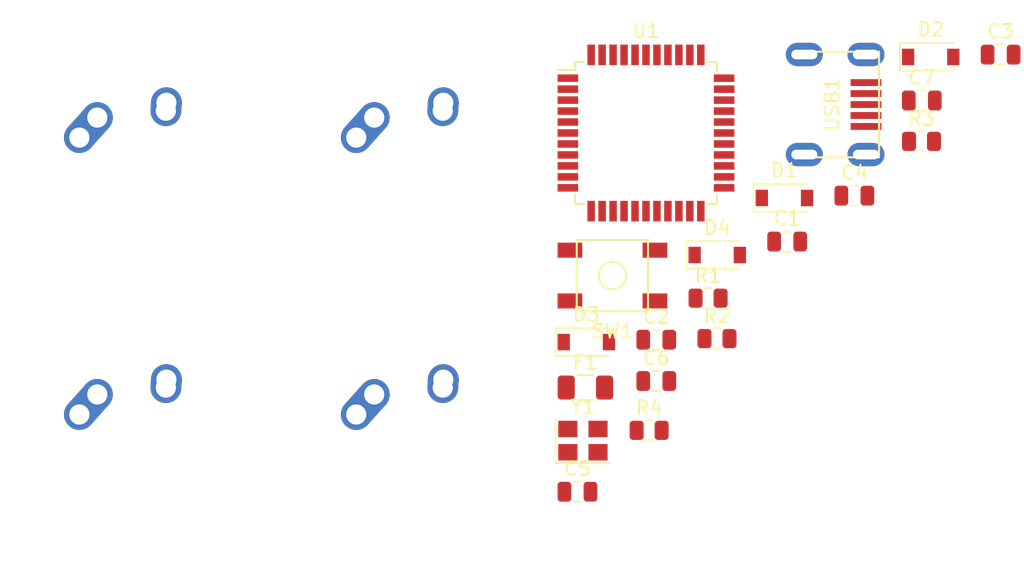
<source format=kicad_pcb>
(kicad_pcb (version 20211014) (generator pcbnew)
  (layers (0 "F.Cu" signal) (31 "B.Cu" signal) (34 "B.Paste" user) (35 "F.Paste" user) (36 "B.SilkS" user "B.Silkscreen") (37 "F.SilkS" user "F.Silkscreen") (38 "B.Mask" user) (39 "F.Mask" user) (44 "Edge.Cuts" user))
  (net 0 "")
  (net 1 "+5V")
  (net 2 "GND")
  (net 3 "Net-(C3-Pad2)")
  (net 4 "Net-(C4-Pad2)")
  (net 5 "Net-(C6-Pad1)")
  (net 6 "ROW0")
  (net 7 "Net-(D1-Pad2)")
  (net 8 "ROW1")
  (net 9 "Net-(D2-Pad2)")
  (net 10 "Net-(D3-Pad2)")
  (net 11 "Net-(D4-Pad2)")
  (net 12 "VCC")
  (net 13 "COL0")
  (net 14 "COL1")
  (net 15 "D-")
  (net 16 "Net-(R1-Pad2)")
  (net 17 "D+")
  (net 18 "Net-(R2-Pad2)")
  (net 19 "Net-(R3-Pad2)")
  (net 20 "Net-(R4-Pad1)")
  (footprint "Capacitor_SMD:C_0805_2012Metric" (layer "F.Cu") (at 176.35 73.64375)
    (fp_text reference "C4" (at 0 -1.68) (layer "F.SilkS"))
    (fp_text value "1µF")
    (fp_line (start -0.261252 0.735) (end 0.261252 0.735) (layer "F.SilkS") (width 0.12))
    (fp_line (start -0.261252 -0.735) (end 0.261252 -0.735) (layer "F.SilkS") (width 0.12))
    (pad "1" smd roundrect (at -0.95 0) (size 1 1.45) (layers "F.Cu" "F.Paste" "F.Mask") (net 2 "GND"))
    (pad "2" smd roundrect (at 0.95 0) (size 1 1.45) (layers "F.Cu" "F.Paste" "F.Mask") (net 4 "Net-(C4-Pad2)"))
  )
  (footprint "Capacitor_SMD:C_0805_2012Metric" (layer "F.Cu") (at 171.45 76.99375)
    (fp_text reference "C1" (at 0 -1.68) (layer "F.SilkS"))
    (fp_text value "0.1µF")
    (fp_line (start -0.261252 -0.735) (end 0.261252 -0.735) (layer "F.SilkS") (width 0.12))
    (fp_line (start -0.261252 0.735) (end 0.261252 0.735) (layer "F.SilkS") (width 0.12))
    (pad "1" smd roundrect (at -0.95 0) (size 1 1.45) (layers "F.Cu" "F.Paste" "F.Mask") (net 1 "+5V"))
    (pad "2" smd roundrect (at 0.95 0) (size 1 1.45) (layers "F.Cu" "F.Paste" "F.Mask") (net 2 "GND"))
  )
  (footprint "Diode_SMD:D_SOD-123" (layer "F.Cu") (at 156.8 84.32375)
    (fp_text reference "D3" (at 0 -2) (layer "F.SilkS"))
    (fp_text value "D_Small")
    (fp_line (start -2.25 -1) (end 1.65 -1) (layer "F.SilkS") (width 0.12))
    (fp_line (start -2.25 1) (end 1.65 1) (layer "F.SilkS") (width 0.12))
    (fp_line (start -2.25 -1) (end -2.25 1) (layer "F.SilkS") (width 0.12))
    (pad "1" smd rect (at -1.65 0) (size 0.9 1.2) (layers "F.Cu" "F.Paste" "F.Mask") (net 6 "ROW0"))
    (pad "2" smd rect (at 1.65 0) (size 0.9 1.2) (layers "F.Cu" "F.Paste" "F.Mask") (net 10 "Net-(D3-Pad2)"))
  )
  (footprint "MX_Alps_Hybrid:MX-1U-NoLED" (layer "F.Cu") (at 143.825 92.14875)
    (fp_text reference "MX1")
    (fp_text value "MX-NoLED")
    (pad "" np_thru_hole circle locked (at 0 0) (size 3.9878 3.9878) (drill 3.9878) (layers *.Cu *.Mask))
    (pad "" np_thru_hole circle locked (at -5.08 0 48.0996) (size 1.75 1.75) (drill 1.75) (layers *.Cu *.Mask))
    (pad "" np_thru_hole circle locked (at 5.08 0 48.0996) (size 1.75 1.75) (drill 1.75) (layers *.Cu *.Mask))
    (pad "1" thru_hole oval locked (at -3.81 -2.54 48.0996) (size 4.211556 2.25) (drill 1.47 (offset 0.980778 0)) (layers *.Cu "B.Mask") (net 13 "COL0"))
    (pad "1" thru_hole circle locked (at -2.5 -4) (size 2.25 2.25) (drill 1.47) (layers *.Cu "B.Mask") (net 13 "COL0"))
    (pad "2" thru_hole oval locked (at 2.5 -4.5 86.0548) (size 2.831378 2.25) (drill 1.47 (offset 0.290689 0)) (layers *.Cu "B.Mask") (net 7 "Net-(D1-Pad2)"))
    (pad "2" thru_hole circle locked (at 2.54 -5.08) (size 2.25 2.25) (drill 1.47) (layers *.Cu "B.Mask") (net 7 "Net-(D1-Pad2)"))
  )
  (footprint "random-keyboard-parts:Molex-0548190589" (layer "F.Cu") (at 172.7 66.99575)
    (fp_text reference "USB1" (at 2.032 0 90) (layer "F.SilkS"))
    (fp_text value "Molex-0548190589")
    (fp_line (start 0 -3.85) (end 5.45 -3.85) (layer "F.SilkS") (width 0.15))
    (fp_line (start 5.45 -3.85) (end 5.45 3.85) (layer "F.SilkS") (width 0.15))
    (fp_line (start 0 3.85) (end 5.45 3.85) (layer "F.SilkS") (width 0.15))
    (pad "1" smd rect locked (at 4.5 1.6) (size 2.25 0.5) (layers "F.Cu" "F.Paste" "F.Mask") (net 2 "GND"))
    (pad "2" smd rect locked (at 4.5 0.8) (size 2.25 0.5) (layers "F.Cu" "F.Paste" "F.Mask"))
    (pad "3" smd rect locked (at 4.5 0) (size 2.25 0.5) (layers "F.Cu" "F.Paste" "F.Mask"))
    (pad "4" smd rect locked (at 4.5 -0.8) (size 2.25 0.5) (layers "F.Cu" "F.Paste" "F.Mask") (net 17 "D+"))
    (pad "5" smd rect locked (at 4.5 -1.6) (size 2.25 0.5) (layers "F.Cu" "F.Paste" "F.Mask") (net 15 "D-"))
    (pad "6" thru_hole oval locked (at 0 -3.65) (size 2.7 1.7) (drill oval 1.9 0.7) (layers *.Cu *.Mask) (net 12 "VCC"))
    (pad "6" thru_hole oval locked (at 4.5 -3.65) (size 2.7 1.7) (drill oval 1.9 0.7) (layers *.Cu *.Mask) (net 12 "VCC"))
    (pad "6" thru_hole oval locked (at 4.5 3.65) (size 2.7 1.7) (drill oval 1.9 0.7) (layers *.Cu *.Mask) (net 12 "VCC"))
    (pad "6" thru_hole oval locked (at 0 3.65) (size 2.7 1.7) (drill oval 1.9 0.7) (layers *.Cu *.Mask) (net 12 "VCC"))
  )
  (footprint "random-keyboard-parts:SKQG-1155865" (layer "F.Cu") (at 158.7 79.47375)
    (fp_text reference "SW1" (at 0 4.064) (layer "F.SilkS"))
    (fp_text value "SW_Push")
    (fp_line (start -2.6 2.6) (end -2.6 -2.6) (layer "F.SilkS") (width 0.15))
    (fp_line (start -2.6 -2.6) (end 2.6 -2.6) (layer "F.SilkS") (width 0.15))
    (fp_line (start 2.6 2.6) (end -2.6 2.6) (layer "F.SilkS") (width 0.15))
    (fp_line (start 2.6 -2.6) (end 2.6 2.6) (layer "F.SilkS") (width 0.15))
    (fp_circle (center 0 0) (end 1 0) (layer "F.SilkS") (width 0.15) (fill none))
    (pad "1" smd rect locked (at 3.1 1.85) (size 1.8 1.1) (layers "F.Cu" "F.Paste" "F.Mask") (net 2 "GND"))
    (pad "2" smd rect locked (at -3.1 -1.85) (size 1.8 1.1) (layers "F.Cu" "F.Paste" "F.Mask") (net 19 "Net-(R3-Pad2)"))
    (pad "3" smd rect locked (at 3.1 -1.85) (size 1.8 1.1) (layers "F.Cu" "F.Paste" "F.Mask"))
    (pad "4" smd rect locked (at -3.1 1.85) (size 1.8 1.1) (layers "F.Cu" "F.Paste" "F.Mask"))
  )
  (footprint "Capacitor_SMD:C_0805_2012Metric" (layer "F.Cu") (at 181.27 66.70375)
    (fp_text reference "C7" (at 0 -1.68) (layer "F.SilkS"))
    (fp_text value "10µF")
    (fp_line (start -0.261252 -0.735) (end 0.261252 -0.735) (layer "F.SilkS") (width 0.12))
    (fp_line (start -0.261252 0.735) (end 0.261252 0.735) (layer "F.SilkS") (width 0.12))
    (pad "1" smd roundrect (at -0.95 0) (size 1 1.45) (layers "F.Cu" "F.Paste" "F.Mask") (net 1 "+5V"))
    (pad "2" smd roundrect (at 0.95 0) (size 1 1.45) (layers "F.Cu" "F.Paste" "F.Mask") (net 2 "GND"))
  )
  (footprint "Diode_SMD:D_SOD-123" (layer "F.Cu") (at 166.35 77.97375)
    (fp_text reference "D4" (at 0 -2) (layer "F.SilkS"))
    (fp_text value "D_Small")
    (fp_line (start -2.25 1) (end 1.65 1) (layer "F.SilkS") (width 0.12))
    (fp_line (start -2.25 -1) (end -2.25 1) (layer "F.SilkS") (width 0.12))
    (fp_line (start -2.25 -1) (end 1.65 -1) (layer "F.SilkS") (width 0.12))
    (pad "1" smd rect (at -1.65 0) (size 0.9 1.2) (layers "F.Cu" "F.Paste" "F.Mask") (net 8 "ROW1"))
    (pad "2" smd rect (at 1.65 0) (size 0.9 1.2) (layers "F.Cu" "F.Paste" "F.Mask") (net 11 "Net-(D4-Pad2)"))
  )
  (footprint "Resistor_SMD:R_0805_2012Metric" (layer "F.Cu") (at 166.33 84.07375)
    (fp_text reference "R2" (at 0 -1.65) (layer "F.SilkS"))
    (fp_text value "22")
    (fp_line (start -0.227064 0.735) (end 0.227064 0.735) (layer "F.SilkS") (width 0.12))
    (fp_line (start -0.227064 -0.735) (end 0.227064 -0.735) (layer "F.SilkS") (width 0.12))
    (pad "1" smd roundrect (at -0.9125 0) (size 1.025 1.4) (layers "F.Cu" "F.Paste" "F.Mask") (roundrect_rratio 0.243902) (net 17 "D+"))
    (pad "2" smd roundrect (at 0.9125 0) (size 1.025 1.4) (layers "F.Cu" "F.Paste" "F.Mask") (roundrect_rratio 0.243902) (net 18 "Net-(R2-Pad2)"))
  )
  (footprint "Fuse:Fuse_1206_3216Metric" (layer "F.Cu") (at 156.73 87.64375)
    (fp_text reference "F1" (at 0 -1.82) (layer "F.SilkS"))
    (fp_text value "500mA")
    (fp_line (start -0.602064 0.91) (end 0.602064 0.91) (layer "F.SilkS") (width 0.12))
    (fp_line (start -0.602064 -0.91) (end 0.602064 -0.91) (layer "F.SilkS") (width 0.12))
    (pad "1" smd roundrect (at -1.4 0) (size 1.25 1.75) (layers "F.Cu" "F.Paste" "F.Mask") (roundrect_rratio 0.2) (net 12 "VCC"))
    (pad "2" smd roundrect (at 1.4 0) (size 1.25 1.75) (layers "F.Cu" "F.Paste" "F.Mask") (roundrect_rratio 0.2) (net 1 "+5V"))
  )
  (footprint "Capacitor_SMD:C_0805_2012Metric" (layer "F.Cu") (at 161.9 84.15375)
    (fp_text reference "C2" (at 0 -1.68) (layer "F.SilkS"))
    (fp_text value "0.1µF")
    (fp_line (start -0.261252 0.735) (end 0.261252 0.735) (layer "F.SilkS") (width 0.12))
    (fp_line (start -0.261252 -0.735) (end 0.261252 -0.735) (layer "F.SilkS") (width 0.12))
    (pad "1" smd roundrect (at -0.95 0) (size 1 1.45) (layers "F.Cu" "F.Paste" "F.Mask") (net 1 "+5V"))
    (pad "2" smd roundrect (at 0.95 0) (size 1 1.45) (layers "F.Cu" "F.Paste" "F.Mask") (net 2 "GND"))
  )
  (footprint "Crystal:Crystal_SMD_3225-4Pin_3.2x2.5mm" (layer "F.Cu") (at 156.55 91.51375)
    (fp_text reference "Y1" (at 0 -2.45) (layer "F.SilkS"))
    (fp_text value "16MHz")
    (fp_line (start -2 1.65) (end 2 1.65) (layer "F.SilkS") (width 0.12))
    (fp_line (start -2 -1.65) (end -2 1.65) (layer "F.SilkS") (width 0.12))
    (pad "1" smd rect (at -1.1 0.85) (size 1.4 1.2) (layers "F.Cu" "F.Paste" "F.Mask") (net 3 "Net-(C3-Pad2)"))
    (pad "2" smd rect (at 1.1 0.85) (size 1.4 1.2) (layers "F.Cu" "F.Paste" "F.Mask") (net 2 "GND"))
    (pad "3" smd rect (at 1.1 -0.85) (size 1.4 1.2) (layers "F.Cu" "F.Paste" "F.Mask") (net 4 "Net-(C4-Pad2)"))
    (pad "4" smd rect (at -1.1 -0.85) (size 1.4 1.2) (layers "F.Cu" "F.Paste" "F.Mask") (net 2 "GND"))
  )
  (footprint "Resistor_SMD:R_0805_2012Metric" (layer "F.Cu") (at 165.68 81.12375)
    (fp_text reference "R1" (at 0 -1.65) (layer "F.SilkS"))
    (fp_text value "22")
    (fp_line (start -0.227064 0.735) (end 0.227064 0.735) (layer "F.SilkS") (width 0.12))
    (fp_line (start -0.227064 -0.735) (end 0.227064 -0.735) (layer "F.SilkS") (width 0.12))
    (pad "1" smd roundrect (at -0.9125 0) (size 1.025 1.4) (layers "F.Cu" "F.Paste" "F.Mask") (roundrect_rratio 0.243902) (net 15 "D-"))
    (pad "2" smd roundrect (at 0.9125 0) (size 1.025 1.4) (layers "F.Cu" "F.Paste" "F.Mask") (roundrect_rratio 0.243902) (net 16 "Net-(R1-Pad2)"))
  )
  (footprint "Resistor_SMD:R_0805_2012Metric" (layer "F.Cu") (at 181.25 69.68375)
    (fp_text reference "R3" (at 0 -1.65) (layer "F.SilkS"))
    (fp_text value "10k")
    (fp_line (start -0.227064 0.735) (end 0.227064 0.735) (layer "F.SilkS") (width 0.12))
    (fp_line (start -0.227064 -0.735) (end 0.227064 -0.735) (layer "F.SilkS") (width 0.12))
    (pad "1" smd roundrect (at -0.9125 0) (size 1.025 1.4) (layers "F.Cu" "F.Paste" "F.Mask") (roundrect_rratio 0.243902) (net 1 "+5V"))
    (pad "2" smd roundrect (at 0.9125 0) (size 1.025 1.4) (layers "F.Cu" "F.Paste" "F.Mask") (roundrect_rratio 0.243902) (net 19 "Net-(R3-Pad2)"))
  )
  (footprint "Capacitor_SMD:C_0805_2012Metric" (layer "F.Cu") (at 161.9 87.16375)
    (fp_text reference "C6" (at 0 -1.68) (layer "F.SilkS"))
    (fp_text value "1µF")
    (fp_line (start -0.261252 0.735) (end 0.261252 0.735) (layer "F.SilkS") (width 0.12))
    (fp_line (start -0.261252 -0.735) (end 0.261252 -0.735) (layer "F.SilkS") (width 0.12))
    (pad "1" smd roundrect (at -0.95 0) (size 1 1.45) (layers "F.Cu" "F.Paste" "F.Mask") (net 5 "Net-(C6-Pad1)"))
    (pad "2" smd roundrect (at 0.95 0) (size 1 1.45) (layers "F.Cu" "F.Paste" "F.Mask") (net 2 "GND"))
  )
  (footprint "Diode_SMD:D_SOD-123" (layer "F.Cu") (at 171.25 73.81375)
    (fp_text reference "D1" (at 0 -2) (layer "F.SilkS"))
    (fp_text value "D_Small")
    (fp_line (start -2.25 1) (end 1.65 1) (layer "F.SilkS") (width 0.12))
    (fp_line (start -2.25 -1) (end 1.65 -1) (layer "F.SilkS") (width 0.12))
    (fp_line (start -2.25 -1) (end -2.25 1) (layer "F.SilkS") (width 0.12))
    (pad "1" smd rect (at -1.65 0) (size 0.9 1.2) (layers "F.Cu" "F.Paste" "F.Mask") (net 6 "ROW0"))
    (pad "2" smd rect (at 1.65 0) (size 0.9 1.2) (layers "F.Cu" "F.Paste" "F.Mask") (net 7 "Net-(D1-Pad2)"))
  )
  (footprint "Resistor_SMD:R_0805_2012Metric" (layer "F.Cu") (at 161.38 90.76375)
    (fp_text reference "R4" (at 0 -1.65) (layer "F.SilkS"))
    (fp_text value "10k")
    (fp_line (start -0.227064 0.735) (end 0.227064 0.735) (layer "F.SilkS") (width 0.12))
    (fp_line (start -0.227064 -0.735) (end 0.227064 -0.735) (layer "F.SilkS") (width 0.12))
    (pad "1" smd roundrect (at -0.9125 0) (size 1.025 1.4) (layers "F.Cu" "F.Paste" "F.Mask") (roundrect_rratio 0.243902) (net 20 "Net-(R4-Pad1)"))
    (pad "2" smd roundrect (at 0.9125 0) (size 1.025 1.4) (layers "F.Cu" "F.Paste" "F.Mask") (roundrect_rratio 0.243902) (net 2 "GND"))
  )
  (footprint "MX_Alps_Hybrid:MX-1U-NoLED" (layer "F.Cu") (at 143.825 71.94875)
    (fp_text reference "MX4")
    (fp_text value "MX-NoLED")
    (pad "" np_thru_hole circle locked (at 0 0) (size 3.9878 3.9878) (drill 3.9878) (layers *.Cu *.Mask))
    (pad "" np_thru_hole circle locked (at -5.08 0 48.0996) (size 1.75 1.75) (drill 1.75) (layers *.Cu *.Mask))
    (pad "" np_thru_hole circle locked (at 5.08 0 48.0996) (size 1.75 1.75) (drill 1.75) (layers *.Cu *.Mask))
    (pad "1" thru_hole circle locked (at -2.5 -4) (size 2.25 2.25) (drill 1.47) (layers *.Cu "B.Mask") (net 14 "COL1"))
    (pad "1" thru_hole oval locked (at -3.81 -2.54 48.0996) (size 4.211556 2.25) (drill 1.47 (offset 0.980778 0)) (layers *.Cu "B.Mask") (net 14 "COL1"))
    (pad "2" thru_hole circle locked (at 2.54 -5.08) (size 2.25 2.25) (drill 1.47) (layers *.Cu "B.Mask") (net 11 "Net-(D4-Pad2)"))
    (pad "2" thru_hole oval locked (at 2.5 -4.5 86.0548) (size 2.831378 2.25) (drill 1.47 (offset 0.290689 0)) (layers *.Cu "B.Mask") (net 11 "Net-(D4-Pad2)"))
  )
  (footprint "Capacitor_SMD:C_0805_2012Metric" (layer "F.Cu") (at 187.02 63.35375)
    (fp_text reference "C3" (at 0 -1.68) (layer "F.SilkS"))
    (fp_text value "1µF")
    (fp_line (start -0.261252 -0.735) (end 0.261252 -0.735) (layer "F.SilkS") (width 0.12))
    (fp_line (start -0.261252 0.735) (end 0.261252 0.735) (layer "F.SilkS") (width 0.12))
    (pad "1" smd roundrect (at -0.95 0) (size 1 1.45) (layers "F.Cu" "F.Paste" "F.Mask") (net 2 "GND"))
    (pad "2" smd roundrect (at 0.95 0) (size 1 1.45) (layers "F.Cu" "F.Paste" "F.Mask") (net 3 "Net-(C3-Pad2)"))
  )
  (footprint "Package_QFP:TQFP-44_10x10mm_P0.8mm" (layer "F.Cu") (at 161.15 69.07375)
    (fp_text reference "U1" (at 0 -7.45) (layer "F.SilkS"))
    (fp_text value "ATmega32U4-A")
    (fp_line (start -5.175 -5.175) (end -5.175 -4.6) (layer "F.SilkS") (width 0.15))
    (fp_line (start -5.175 5.175) (end -5.175 4.5) (layer "F.SilkS") (width 0.15))
    (fp_line (start 5.175 -5.175) (end 5.175 -4.5) (layer "F.SilkS") (width 0.15))
    (fp_line (start 5.175 5.175) (end 5.175 4.5) (layer "F.SilkS") (width 0.15))
    (fp_line (start 5.175 -5.175) (end 4.5 -5.175) (layer "F.SilkS") (width 0.15))
    (fp_line (start -5.175 -4.6) (end -6.45 -4.6) (layer "F.SilkS") (width 0.15))
    (fp_line (start -5.175 -5.175) (end -4.5 -5.175) (layer "F.SilkS") (width 0.15))
    (fp_line (start 5.175 5.175) (end 4.5 5.175) (layer "F.SilkS") (width 0.15))
    (fp_line (start -5.175 5.175) (end -4.5 5.175) (layer "F.SilkS") (width 0.15))
    (pad "1" smd rect (at -5.7 -4) (size 1.5 0.55) (layers "F.Cu" "F.Paste" "F.Mask"))
    (pad "2" smd rect (at -5.7 -3.2) (size 1.5 0.55) (layers "F.Cu" "F.Paste" "F.Mask") (net 1 "+5V"))
    (pad "3" smd rect (at -5.7 -2.4) (size 1.5 0.55) (layers "F.Cu" "F.Paste" "F.Mask") (net 16 "Net-(R1-Pad2)"))
    (pad "4" smd rect (at -5.7 -1.6) (size 1.5 0.55) (layers "F.Cu" "F.Paste" "F.Mask") (net 18 "Net-(R2-Pad2)"))
    (pad "5" smd rect (at -5.7 -0.8) (size 1.5 0.55) (layers "F.Cu" "F.Paste" "F.Mask") (net 2 "GND"))
    (pad "6" smd rect (at -5.7 0) (size 1.5 0.55) (layers "F.Cu" "F.Paste" "F.Mask") (net 5 "Net-(C6-Pad1)"))
    (pad "7" smd rect (at -5.7 0.8) (size 1.5 0.55) (layers "F.Cu" "F.Paste" "F.Mask") (net 1 "+5V"))
    (pad "8" smd rect (at -5.7 1.6) (size 1.5 0.55) (layers "F.Cu" "F.Paste" "F.Mask"))
    (pad "9" smd rect (at -5.7 2.4) (size 1.5 0.55) (layers "F.Cu" "F.Paste" "F.Mask"))
    (pad "10" smd rect (at -5.7 3.2) (size 1.5 0.55) (layers "F.Cu" "F.Paste" "F.Mask"))
    (pad "11" smd rect (at -5.7 4) (size 1.5 0.55) (layers "F.Cu" "F.Paste" "F.Mask"))
    (pad "12" smd rect (at -4 5.7 90) (size 1.5 0.55) (layers "F.Cu" "F.Paste" "F.Mask"))
    (pad "13" smd rect (at -3.2 5.7 90) (size 1.5 0.55) (layers "F.Cu" "F.Paste" "F.Mask") (net 19 "Net-(R3-Pad2)"))
    (pad "14" smd rect (at -2.4 5.7 90) (size 1.5 0.55) (layers "F.Cu" "F.Paste" "F.Mask") (net 1 "+5V"))
    (pad "15" smd rect (at -1.6 5.7 90) (size 1.5 0.55) (layers "F.Cu" "F.Paste" "F.Mask") (net 2 "GND"))
    (pad "16" smd rect (at -0.8 5.7 90) (size 1.5 0.55) (layers "F.Cu" "F.Paste" "F.Mask") (net 4 "Net-(C4-Pad2)"))
    (pad "17" smd rect (at 0 5.7 90) (size 1.5 0.55) (layers "F.Cu" "F.Paste" "F.Mask") (net 3 "Net-(C3-Pad2)"))
    (pad "18" smd rect (at 0.8 5.7 90) (size 1.5 0.55) (layers "F.Cu" "F.Paste" "F.Mask"))
    (pad "19" smd rect (at 1.6 5.7 90) (size 1.5 0.55) (layers "F.Cu" "F.Paste" "F.Mask"))
    (pad "20" smd rect (at 2.4 5.7 90) (size 1.5 0.55) (layers "F.Cu" "F.Paste" "F.Mask"))
    (pad "21" smd rect (at 3.2 5.7 90) (size 1.5 0.55) (layers "F.Cu" "F.Paste" "F.Mask"))
    (pad "22" smd rect (at 4 5.7 90) (size 1.5 0.55) (layers "F.Cu" "F.Paste" "F.Mask"))
    (pad "23" smd rect (at 5.7 4) (size 1.5 0.55) (layers "F.Cu" "F.Paste" "F.Mask") (net 2 "GND"))
    (pad "24" smd rect (at 5.7 3.2) (size 1.5 0.55) (layers "F.Cu" "F.Paste" "F.Mask") (net 1 "+5V"))
    (pad "25" smd rect (at 5.7 2.4) (size 1.5 0.55) (layers "F.Cu" "F.Paste" "F.Mask"))
    (pad "26" smd rect (at 5.7 1.6) (size 1.5 0.55) (layers "F.Cu" "F.Paste" "F.Mask"))
    (pad "27" smd rect (at 5.7 0.8) (size 1.5 0.55) (layers "F.Cu" "F.Paste" "F.Mask"))
    (pad "28" smd rect (at 5.7 0) (size 1.5 0.55) (layers "F.Cu" "F.Paste" "F.Mask"))
    (pad "29" smd rect (at 5.7 -0.8) (size 1.5 0.55) (layers "F.Cu" "F.Paste" "F.Mask"))
    (pad "30" smd rect (at 5.7 -1.6) (size 1.5 0.55) (layers "F.Cu" "F.Paste" "F.Mask"))
    (pad "31" smd rect (at 5.7 -2.4) (size 1.5 0.55) (layers "F.Cu" "F.Paste" "F.Mask"))
    (pad "32" smd rect (at 5.7 -3.2) (size 1.5 0.55) (layers "F.Cu" "F.Paste" "F.Mask"))
    (pad "33" smd rect (at 5.7 -4) (size 1.5 0.55) (layers "F.Cu" "F.Paste" "F.Mask") (net 20 "Net-(R4-Pad1)"))
    (pad "34" smd rect (at 4 -5.7 90) (size 1.5 0.55) (layers "F.Cu" "F.Paste" "F.Mask") (net 1 "+5V"))
    (pad "35" smd rect (at 3.2 -5.7 90) (size 1.5 0.55) (layers "F.Cu" "F.Paste" "F.Mask") (net 2 "GND"))
    (pad "36" smd rect (at 2.4 -5.7 90) (size 1.5 0.55) (layers "F.Cu" "F.Paste" "F.Mask"))
    (pad "37" smd rect (at 1.6 -5.7 90) (size 1.5 0.55) (layers "F.Cu" "F.Paste" "F.Mask"))
    (pad "38" smd rect (at 0.8 -5.7 90) (size 1.5 0.55) (layers "F.Cu" "F.Paste" "F.Mask"))
    (pad "39" smd rect (at 0 -5.7 90) (size 1.5 0.55) (layers "F.Cu" "F.Paste" "F.Mask"))
    (pad "40" smd rect (at -0.8 -5.7 90) (size 1.5 0.55) (layers "F.Cu" "F.Paste" "F.Mask"))
    (pad "41" smd rect (at -1.6 -5.7 90) (size 1.5 0.55) (layers "F.Cu" "F.Paste" "F.Mask"))
    (pad "42" smd rect (at -2.4 -5.7 90) (size 1.5 0.55) (layers "F.Cu" "F.Paste" "F.Mask"))
    (pad "43" smd rect (at -3.2 -5.7 90) (size 1.5 0.55) (layers "F.Cu" "F.Paste" "F.Mask") (net 2 "GND"))
    (pad "44" smd rect (at -4 -5.7 90) (size 1.5 0.55) (layers "F.Cu" "F.Paste" "F.Mask") (net 1 "+5V"))
  )
  (footprint "Diode_SMD:D_SOD-123" (layer "F.Cu") (at 181.92 63.52375)
    (fp_text reference "D2" (at 0 -2) (layer "F.SilkS"))
    (fp_text value "D_Small")
    (fp_line (start -2.25 1) (end 1.65 1) (layer "F.SilkS") (width 0.12))
    (fp_line (start -2.25 -1) (end -2.25 1) (layer "F.SilkS") (width 0.12))
    (fp_line (start -2.25 -1) (end 1.65 -1) (layer "F.SilkS") (width 0.12))
    (pad "1" smd rect (at -1.65 0) (size 0.9 1.2) (layers "F.Cu" "F.Paste" "F.Mask") (net 8 "ROW1"))
    (pad "2" smd rect (at 1.65 0) (size 0.9 1.2) (layers "F.Cu" "F.Paste" "F.Mask") (net 9 "Net-(D2-Pad2)"))
  )
  (footprint "MX_Alps_Hybrid:MX-1U-NoLED" (layer "F.Cu") (at 123.625 92.14875)
    (fp_text reference "MX2")
    (fp_text value "MX-NoLED")
    (pad "" np_thru_hole circle locked (at 5.08 0 48.0996) (size 1.75 1.75) (drill 1.75) (layers *.Cu *.Mask))
    (pad "" np_thru_hole circle locked (at 0 0) (size 3.9878 3.9878) (drill 3.9878) (layers *.Cu *.Mask))
    (pad "" np_thru_hole circle locked (at -5.08 0 48.0996) (size 1.75 1.75) (drill 1.75) (layers *.Cu *.Mask))
    (pad "1" thru_hole oval locked (at -3.81 -2.54 48.0996) (size 4.211556 2.25) (drill 1.47 (offset 0.980778 0)) (layers *.Cu "B.Mask") (net 13 "COL0"))
    (pad "1" thru_hole circle locked (at -2.5 -4) (size 2.25 2.25) (drill 1.47) (layers *.Cu "B.Mask") (net 13 "COL0"))
    (pad "2" thru_hole circle locked (at 2.54 -5.08) (size 2.25 2.25) (drill 1.47) (layers *.Cu "B.Mask") (net 9 "Net-(D2-Pad2)"))
    (pad "2" thru_hole oval locked (at 2.5 -4.5 86.0548) (size 2.831378 2.25) (drill 1.47 (offset 0.290689 0)) (layers *.Cu "B.Mask") (net 9 "Net-(D2-Pad2)"))
  )
  (footprint "MX_Alps_Hybrid:MX-1U-NoLED" (layer "F.Cu") (at 123.625 71.94875)
    (fp_text reference "MX3")
    (fp_text value "MX-NoLED")
    (pad "" np_thru_hole circle locked (at 5.08 0 48.0996) (size 1.75 1.75) (drill 1.75) (layers *.Cu *.Mask))
    (pad "" np_thru_hole circle locked (at -5.08 0 48.0996) (size 1.75 1.75) (drill 1.75) (layers *.Cu *.Mask))
    (pad "" np_thru_hole circle locked (at 0 0) (size 3.9878 3.9878) (drill 3.9878) (layers *.Cu *.Mask))
    (pad "1" thru_hole circle locked (at -2.5 -4) (size 2.25 2.25) (drill 1.47) (layers *.Cu "B.Mask") (net 14 "COL1"))
    (pad "1" thru_hole oval locked (at -3.81 -2.54 48.0996) (size 4.211556 2.25) (drill 1.47 (offset 0.980778 0)) (layers *.Cu "B.Mask") (net 14 "COL1"))
    (pad "2" thru_hole circle locked (at 2.54 -5.08) (size 2.25 2.25) (drill 1.47) (layers *.Cu "B.Mask") (net 10 "Net-(D3-Pad2)"))
    (pad "2" thru_hole oval locked (at 2.5 -4.5 86.0548) (size 2.831378 2.25) (drill 1.47 (offset 0.290689 0)) (layers *.Cu "B.Mask") (net 10 "Net-(D3-Pad2)"))
  )
  (footprint "Capacitor_SMD:C_0805_2012Metric" (layer "F.Cu") (at 156.15 95.24375)
    (fp_text reference "C5" (at 0 -1.68) (layer "F.SilkS"))
    (fp_text value "0.1µF")
    (fp_line (start -0.261252 -0.735) (end 0.261252 -0.735) (layer "F.SilkS") (width 0.12))
    (fp_line (start -0.261252 0.735) (end 0.261252 0.735) (layer "F.SilkS") (width 0.12))
    (pad "1" smd roundrect (at -0.95 0) (size 1 1.45) (layers "F.Cu" "F.Paste" "F.Mask") (net 1 "+5V"))
    (pad "2" smd roundrect (at 0.95 0) (size 1 1.45) (layers "F.Cu" "F.Paste" "F.Mask") (net 2 "GND"))
  )
)
</source>
